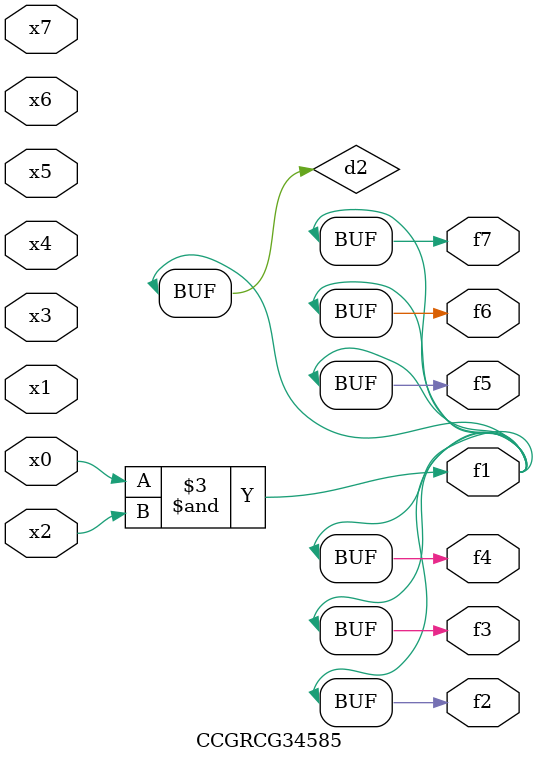
<source format=v>
module CCGRCG34585(
	input x0, x1, x2, x3, x4, x5, x6, x7,
	output f1, f2, f3, f4, f5, f6, f7
);

	wire d1, d2;

	nor (d1, x3, x6);
	and (d2, x0, x2);
	assign f1 = d2;
	assign f2 = d2;
	assign f3 = d2;
	assign f4 = d2;
	assign f5 = d2;
	assign f6 = d2;
	assign f7 = d2;
endmodule

</source>
